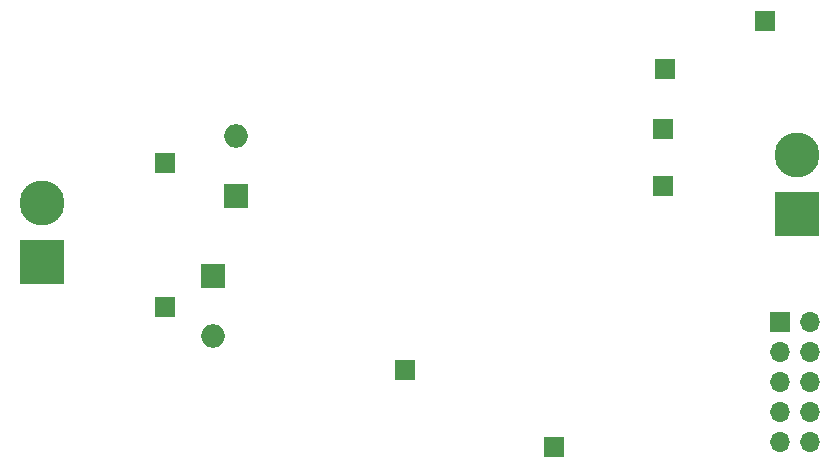
<source format=gbs>
G04 #@! TF.GenerationSoftware,KiCad,Pcbnew,5.1.10*
G04 #@! TF.CreationDate,2021-07-13T10:10:07+08:00*
G04 #@! TF.ProjectId,GAN-Power-Stage-Test,47414e2d-506f-4776-9572-2d5374616765,rev?*
G04 #@! TF.SameCoordinates,Original*
G04 #@! TF.FileFunction,Soldermask,Bot*
G04 #@! TF.FilePolarity,Negative*
%FSLAX46Y46*%
G04 Gerber Fmt 4.6, Leading zero omitted, Abs format (unit mm)*
G04 Created by KiCad (PCBNEW 5.1.10) date 2021-07-13 10:10:07*
%MOMM*%
%LPD*%
G01*
G04 APERTURE LIST*
%ADD10C,3.800000*%
%ADD11R,3.800000X3.800000*%
%ADD12R,1.700000X1.700000*%
%ADD13O,2.000000X2.000000*%
%ADD14R,2.000000X2.000000*%
%ADD15O,1.700000X1.700000*%
G04 APERTURE END LIST*
D10*
G04 #@! TO.C,J2*
X152527000Y-136478000D03*
D11*
X152527000Y-141478000D03*
G04 #@! TD*
D10*
G04 #@! TO.C,J1*
X216408000Y-132414000D03*
D11*
X216408000Y-137414000D03*
G04 #@! TD*
D12*
G04 #@! TO.C,TP8*
X162941000Y-145288000D03*
G04 #@! TD*
G04 #@! TO.C,TP7*
X162941000Y-133096000D03*
G04 #@! TD*
D13*
G04 #@! TO.C,D2*
X167005000Y-147701000D03*
D14*
X167005000Y-142621000D03*
G04 #@! TD*
D13*
G04 #@! TO.C,D1*
X168910000Y-130810000D03*
D14*
X168910000Y-135890000D03*
G04 #@! TD*
D12*
G04 #@! TO.C,TP6*
X183261000Y-150622000D03*
G04 #@! TD*
G04 #@! TO.C,TP5*
X205105000Y-135001000D03*
G04 #@! TD*
G04 #@! TO.C,TP4*
X195834000Y-157099000D03*
G04 #@! TD*
G04 #@! TO.C,TP3*
X205105000Y-130175000D03*
G04 #@! TD*
G04 #@! TO.C,TP2*
X205232000Y-125095000D03*
G04 #@! TD*
G04 #@! TO.C,TP1*
X213741000Y-121031000D03*
G04 #@! TD*
D15*
G04 #@! TO.C,J3*
X217551000Y-156718000D03*
X215011000Y-156718000D03*
X217551000Y-154178000D03*
X215011000Y-154178000D03*
X217551000Y-151638000D03*
X215011000Y-151638000D03*
X217551000Y-149098000D03*
X215011000Y-149098000D03*
X217551000Y-146558000D03*
D12*
X215011000Y-146558000D03*
G04 #@! TD*
M02*

</source>
